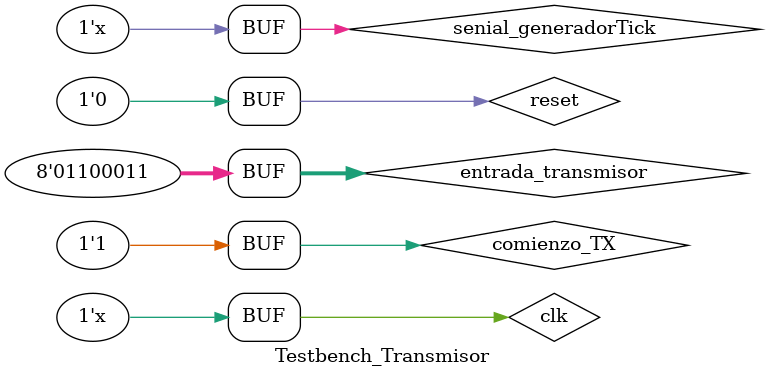
<source format=v>
`timescale 1ns / 1ps
module Testbench_Transmisor#(
parameter   ancho_dato = 8  
); 
    /*----------------------------variables----------------------------*/
 reg clk;
 reg reset;
 reg comienzo_TX;
 reg senial_generadorTick;
 reg[(ancho_dato-1):0] entrada_transmisor;
 
 wire senial_ticks_completos;
 wire TX;


  //instaciando el modulo Receptor
	 Transmisor #(
	   .ancho_dato(ancho_dato)
	 )
	 Transmisor_test
	 (
	   .clk(clk), 
	   .reset(reset),                              
	   .comienzo_TX(comienzo_TX),                                 
	   .senial_generadorTick(senial_generadorTick),      
	   .entrada_transmisor(entrada_transmisor),  
	   
	   .senial_ticks_completos(senial_ticks_completos),
	   .TX(TX)  
	 );
	 
	// Generador Clock 
    always #5 clk = ~clk;
    
    // Generador Ticks - Baud Generate
    always #405 senial_generadorTick = ~senial_generadorTick;
    // 1-clk --> 81-senial_generadorTick --> BaudRate 19200
    
     /*----------------------------bloque Inicial----------------------------*/
  initial  
    begin
           clk = 0;
           senial_generadorTick =0;
		   comienzo_TX = 1;//En 0 se guarda lo del registro  contadorDatos_actual pasa a  entrada_transmisor	 
		  entrada_transmisor  =8'b00000000;
		   reset = 1;
		#15
		   reset = 0;
		#100
            entrada_transmisor=8'b10101011; //INICIALIZO CON "AB" LA ENTRADA DEL TRANSMISOR
        #1000
        comienzo_TX=0;
        
        #70000
        comienzo_TX = 1;
        #100
            entrada_transmisor=8'b01100011; //INICIALIZO CON "63" LA ENTRADA DEL TRANSMISOR
        #1000
        comienzo_TX=0;
        
        #70000
        comienzo_TX = 1;
    end
   
endmodule

</source>
